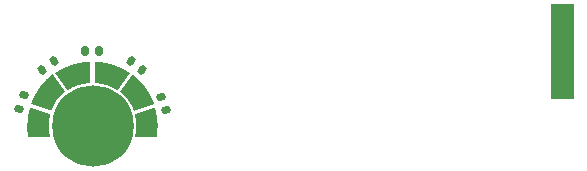
<source format=gts>
%TF.GenerationSoftware,KiCad,Pcbnew,9.0.3*%
%TF.CreationDate,2025-08-12T14:53:10+03:00*%
%TF.ProjectId,Left,4c656674-2e6b-4696-9361-645f70636258,rev?*%
%TF.SameCoordinates,Original*%
%TF.FileFunction,Soldermask,Top*%
%TF.FilePolarity,Negative*%
%FSLAX46Y46*%
G04 Gerber Fmt 4.6, Leading zero omitted, Abs format (unit mm)*
G04 Created by KiCad (PCBNEW 9.0.3) date 2025-08-12 14:53:10*
%MOMM*%
%LPD*%
G01*
G04 APERTURE LIST*
G04 Aperture macros list*
%AMRoundRect*
0 Rectangle with rounded corners*
0 $1 Rounding radius*
0 $2 $3 $4 $5 $6 $7 $8 $9 X,Y pos of 4 corners*
0 Add a 4 corners polygon primitive as box body*
4,1,4,$2,$3,$4,$5,$6,$7,$8,$9,$2,$3,0*
0 Add four circle primitives for the rounded corners*
1,1,$1+$1,$2,$3*
1,1,$1+$1,$4,$5*
1,1,$1+$1,$6,$7*
1,1,$1+$1,$8,$9*
0 Add four rect primitives between the rounded corners*
20,1,$1+$1,$2,$3,$4,$5,0*
20,1,$1+$1,$4,$5,$6,$7,0*
20,1,$1+$1,$6,$7,$8,$9,0*
20,1,$1+$1,$8,$9,$2,$3,0*%
%AMFreePoly0*
4,1,7,0.150000,0.290000,0.150000,-0.330000,-0.150000,-0.330000,-0.150000,0.290000,-0.070000,0.330000,0.070000,0.330000,0.150000,0.290000,0.150000,0.290000,$1*%
%AMFreePoly1*
4,1,7,0.150000,-0.190000,0.070000,-0.230000,-0.070000,-0.230000,-0.150000,-0.190000,-0.150000,0.230000,0.150000,0.230000,0.150000,-0.190000,0.150000,-0.190000,$1*%
%AMFreePoly2*
4,1,24,1.023536,0.953536,1.025000,0.950000,1.024903,0.949019,0.934970,0.499355,0.905008,0.000000,0.934970,-0.499355,1.034903,-0.999019,1.034160,-1.002774,1.031539,-1.004757,-0.668461,-1.554757,-0.672276,-1.554452,-0.674757,-1.551539,-0.674881,-1.551085,-0.854881,-0.741085,-0.854989,-0.740337,-0.904989,-0.000337,-0.904986,0.000374,-0.844986,0.800374,-0.844956,0.800661,-0.824956,0.950661,
-0.823037,0.953972,-0.820000,0.955000,1.020000,0.955000,1.023536,0.953536,1.023536,0.953536,$1*%
%AMFreePoly3*
4,1,24,-0.668462,1.554757,1.031539,1.004757,1.034452,1.002276,1.034903,0.999019,0.934970,0.499355,0.905008,0.000000,0.934970,-0.499355,1.034903,-0.999019,1.034160,-1.002774,1.031539,-1.004757,-0.668461,-1.554757,-0.672276,-1.554452,-0.674757,-1.551539,-0.674881,-1.551085,-0.854881,-0.741085,-0.854989,-0.740337,-0.904989,-0.000337,-0.904986,0.000374,-0.844986,0.800374,-0.844876,0.801105,
-0.674876,1.551105,-0.672667,1.554230,-0.668896,1.554876,-0.668462,1.554757,-0.668462,1.554757,$1*%
%AMFreePoly4*
4,1,27,0.393786,1.673266,0.394059,1.672919,1.444059,0.212919,1.444935,0.209194,1.443334,0.206274,1.063594,-0.133492,0.734066,-0.522935,0.484435,-0.932330,0.274565,-1.402040,0.271786,-1.404670,0.268444,-1.404752,-1.441556,-0.844752,-1.444460,-0.842260,-1.444752,-0.838444,-1.444572,-0.837975,-1.134572,-0.137975,-1.134260,-0.137383,-0.802997,0.401880,-0.793729,0.424257,-0.738222,0.507327,
-0.704260,0.562617,-0.703780,0.563273,-0.123780,1.233273,-0.123266,1.233786,0.386734,1.673786,0.390367,1.674986,0.393786,1.673266,0.393786,1.673266,$1*%
%AMFreePoly5*
4,1,24,-0.668461,1.554757,1.031539,1.004757,1.034452,1.002276,1.034903,0.999019,0.934970,0.499355,0.905011,0.000035,0.934970,-0.409408,1.024932,-0.949178,1.024069,-0.952906,1.020822,-0.954932,1.020000,-0.955000,-0.820000,-0.955000,-0.823536,-0.953536,-0.824954,-0.950680,-0.894954,-0.440680,-0.894999,-0.440114,-0.904999,-0.000114,-0.904986,0.000374,-0.844986,0.800374,-0.844876,0.801105,
-0.674876,1.551105,-0.672667,1.554230,-0.668895,1.554876,-0.668461,1.554757,-0.668461,1.554757,$1*%
G04 Aperture macros list end*
%ADD10C,0.100000*%
%ADD11RoundRect,0.150000X-0.025594X0.290422X-0.268299X0.114086X0.025594X-0.290422X0.268299X-0.114086X0*%
%ADD12RoundRect,0.150000X0.268299X0.114086X0.025594X0.290422X-0.268299X-0.114086X-0.025594X-0.290422X0*%
%ADD13RoundRect,0.150000X0.150000X0.250000X-0.150000X0.250000X-0.150000X-0.250000X0.150000X-0.250000X0*%
%ADD14RoundRect,0.150000X-0.191412X0.219913X-0.284117X-0.065404X0.191412X-0.219913X0.284117X0.065404X0*%
%ADD15FreePoly0,90.000000*%
%ADD16FreePoly1,90.000000*%
%ADD17RoundRect,0.150000X0.284117X-0.065404X0.191412X0.219913X-0.284117X0.065404X-0.191412X-0.219913X0*%
%ADD18FreePoly2,180.000000*%
%ADD19FreePoly3,216.000000*%
%ADD20FreePoly3,252.000000*%
%ADD21FreePoly3,288.000000*%
%ADD22FreePoly4,0.000000*%
%ADD23FreePoly5,0.000000*%
%ADD24C,6.900000*%
%ADD25C,1.000000*%
G04 APERTURE END LIST*
D10*
%TO.C,J1*%
X149180000Y-97570000D02*
X147340000Y-97570000D01*
X147340000Y-89630000D01*
X149180000Y-89630000D01*
X149180000Y-97570000D01*
G36*
X149180000Y-97570000D02*
G01*
X147340000Y-97570000D01*
X147340000Y-89630000D01*
X149180000Y-89630000D01*
X149180000Y-97570000D01*
G37*
%TD*%
D11*
%TO.C,R4*%
X105255410Y-94457329D03*
X104276500Y-95168549D03*
%TD*%
D12*
%TO.C,R2*%
X112725410Y-95182671D03*
X111746500Y-94471451D03*
%TD*%
D13*
%TO.C,R3*%
X109080000Y-93620000D03*
X107870000Y-93620000D03*
%TD*%
D14*
%TO.C,R5*%
X102675410Y-97349366D03*
X102301500Y-98500144D03*
%TD*%
D15*
%TO.C,J1*%
X148670000Y-96820000D03*
D16*
X148000000Y-96572000D03*
D15*
X148670000Y-96324615D03*
D16*
X148000000Y-96076667D03*
D15*
X148670000Y-95829231D03*
D16*
X148000000Y-95581333D03*
D15*
X148670000Y-95333846D03*
D16*
X148000000Y-95086000D03*
D15*
X148670000Y-94838462D03*
D16*
X148000000Y-94590667D03*
D15*
X148670000Y-94343077D03*
D16*
X148000000Y-94095333D03*
D15*
X148670000Y-93847692D03*
D16*
X148000000Y-93600000D03*
D15*
X148670000Y-93352308D03*
D16*
X148000000Y-93104667D03*
D15*
X148670000Y-92856923D03*
D16*
X148000000Y-92609333D03*
D15*
X148670000Y-92361538D03*
D16*
X148000000Y-92114000D03*
D15*
X148670000Y-91866154D03*
D16*
X148000000Y-91618667D03*
D15*
X148670000Y-91370769D03*
D16*
X148000000Y-91123333D03*
D15*
X148670000Y-90875385D03*
D16*
X148000000Y-90628000D03*
D15*
X148670000Y-90380000D03*
%TD*%
D17*
%TO.C,R1*%
X114725410Y-98590634D03*
X114351500Y-97439856D03*
%TD*%
D18*
%TO.C,SW1*%
X113120000Y-99950000D03*
D19*
X112260000Y-97260000D03*
D20*
X109970000Y-95580000D03*
D21*
X107070000Y-95580000D03*
D22*
X104780000Y-97260000D03*
D23*
X103920000Y-99950000D03*
D24*
X108520000Y-99950000D03*
D25*
X111290000Y-100980000D03*
%TD*%
M02*

</source>
